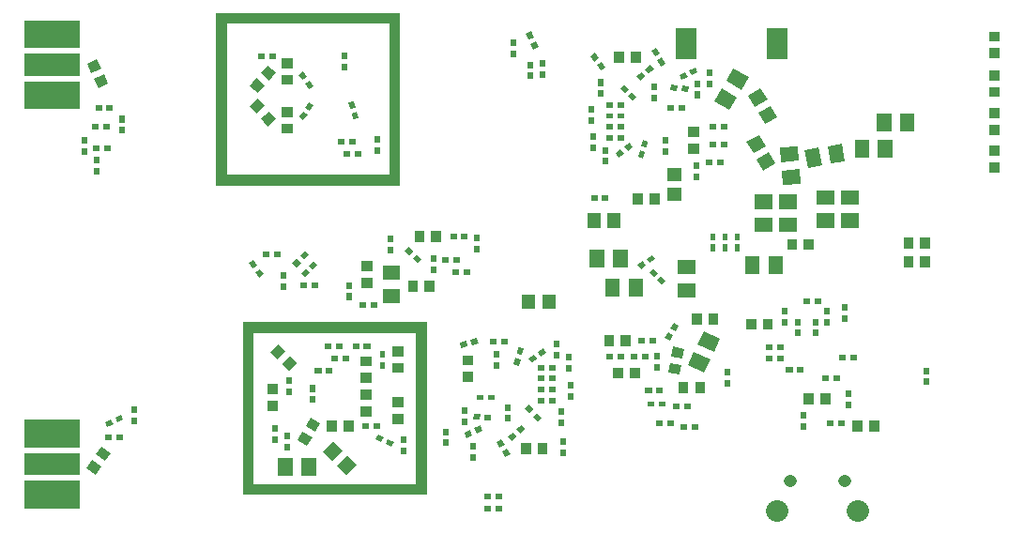
<source format=gbp>
G04 start of page 13 for group -4014 idx -4014 *
G04 Title: v2_0, bottompaste *
G04 Creator: pcb 4.2.0 *
G04 CreationDate: Tue Sep 24 08:28:18 2019 UTC *
G04 For: user *
G04 Format: Gerber/RS-274X *
G04 PCB-Dimensions (mm): 140.00 90.00 *
G04 PCB-Coordinate-Origin: lower left *
%MOMM*%
%FSLAX43Y43*%
%LNGBP*%
%ADD151C,1.100*%
%ADD150C,1.950*%
%ADD149C,0.002*%
G54D149*G36*
X101150Y38200D02*X100650D01*
Y37600D01*
X101150D01*
Y38200D01*
G37*
G36*
Y37200D02*X100650D01*
Y36600D01*
X101150D01*
Y37200D01*
G37*
G36*
X51000Y33150D02*Y32650D01*
X51600D01*
Y33150D01*
X51000D01*
G37*
G36*
X50000D02*Y32650D01*
X50600D01*
Y33150D01*
X50000D01*
G37*
G36*
X49050Y45900D02*X48550D01*
Y45300D01*
X49050D01*
Y45900D01*
G37*
G36*
Y44900D02*X48550D01*
Y44300D01*
X49050D01*
Y44900D01*
G37*
G36*
X68350Y30800D02*X67850D01*
Y30200D01*
X68350D01*
Y30800D01*
G37*
G36*
Y31800D02*X67850D01*
Y31200D01*
X68350D01*
Y31800D01*
G37*
G36*
X62350Y39700D02*X61850D01*
Y39100D01*
X62350D01*
Y39700D01*
G37*
G36*
Y38700D02*X61850D01*
Y38100D01*
X62350D01*
Y38700D01*
G37*
G36*
X61500Y40750D02*Y40250D01*
X62100D01*
Y40750D01*
X61500D01*
G37*
G36*
X62500D02*Y40250D01*
X63100D01*
Y40750D01*
X62500D01*
G37*
G36*
X65800Y36450D02*Y35950D01*
X66400D01*
Y36450D01*
X65800D01*
G37*
G36*
X66800D02*Y35950D01*
X67400D01*
Y36450D01*
X66800D01*
G37*
G36*
X69050Y36900D02*X68550D01*
Y36300D01*
X69050D01*
Y36900D01*
G37*
G36*
Y35900D02*X68550D01*
Y35300D01*
X69050D01*
Y35900D01*
G37*
G36*
X59000Y39300D02*Y38400D01*
X60000D01*
Y39300D01*
X59000D01*
G37*
G36*
Y37800D02*Y36900D01*
X60000D01*
Y37800D01*
X59000D01*
G37*
G36*
X61300Y35750D02*Y35250D01*
X61900D01*
Y35750D01*
X61300D01*
G37*
G36*
X60300D02*Y35250D01*
X60900D01*
Y35750D01*
X60300D01*
G37*
G36*
X66700Y31400D02*X65800D01*
Y30400D01*
X66700D01*
Y31400D01*
G37*
G36*
X65200D02*X64300D01*
Y30400D01*
X65200D01*
Y31400D01*
G37*
G36*
X66800Y37450D02*Y36950D01*
X67400D01*
Y37450D01*
X66800D01*
G37*
G36*
X65800D02*Y36950D01*
X66400D01*
Y37450D01*
X65800D01*
G37*
G36*
X67750Y40600D02*X67250D01*
Y40000D01*
X67750D01*
Y40600D01*
G37*
G36*
Y39600D02*X67250D01*
Y39000D01*
X67750D01*
Y39600D01*
G37*
G36*
X68850Y39400D02*X68350D01*
Y38800D01*
X68850D01*
Y39400D01*
G37*
G36*
Y38400D02*X68350D01*
Y37800D01*
X68850D01*
Y38400D01*
G37*
G36*
X65800Y35450D02*Y34950D01*
X66400D01*
Y35450D01*
X65800D01*
G37*
G36*
X66800D02*Y34950D01*
X67400D01*
Y35450D01*
X66800D01*
G37*
G36*
X65800Y38450D02*Y37950D01*
X66400D01*
Y38450D01*
X65800D01*
G37*
G36*
X66800D02*Y37950D01*
X67400D01*
Y38450D01*
X66800D01*
G37*
G36*
X68150Y33500D02*X67650D01*
Y32900D01*
X68150D01*
Y33500D01*
G37*
G36*
Y34500D02*X67650D01*
Y33900D01*
X68150D01*
Y34500D01*
G37*
G36*
X65011Y34842D02*X64658Y34489D01*
X65082Y34065D01*
X65435Y34418D01*
X65011Y34842D01*
G37*
G36*
X65718Y34135D02*X65365Y33782D01*
X65789Y33358D01*
X66142Y33711D01*
X65718Y34135D01*
G37*
G36*
X65780Y38981D02*X65493Y39390D01*
X65001Y39046D01*
X65288Y38636D01*
X65780Y38981D01*
G37*
G36*
X66599Y39554D02*X66312Y39964D01*
X65820Y39619D01*
X66107Y39210D01*
X66599Y39554D01*
G37*
G36*
X64549Y39908D02*X64066Y40038D01*
X63910Y39458D01*
X64393Y39328D01*
X64549Y39908D01*
G37*
G36*
X64290Y38942D02*X63807Y39072D01*
X63651Y38492D01*
X64134Y38362D01*
X64290Y38942D01*
G37*
G36*
X63350Y34900D02*X62850D01*
Y34300D01*
X63350D01*
Y34900D01*
G37*
G36*
Y33900D02*X62850D01*
Y33300D01*
X63350D01*
Y33900D01*
G37*
G36*
X63017Y30852D02*X62584Y30602D01*
X62883Y30082D01*
X63316Y30332D01*
X63017Y30852D01*
G37*
G36*
X62517Y31718D02*X62084Y31468D01*
X62383Y30948D01*
X62816Y31198D01*
X62517Y31718D01*
G37*
G36*
X64673Y32622D02*X64352Y33006D01*
X63893Y32620D01*
X64214Y32237D01*
X64673Y32622D01*
G37*
G36*
X63907Y31980D02*X63586Y32363D01*
X63127Y31978D01*
X63448Y31594D01*
X63907Y31980D01*
G37*
G36*
X59450Y33600D02*X58950D01*
Y33000D01*
X59450D01*
Y33600D01*
G37*
G36*
Y34600D02*X58950D01*
Y34000D01*
X59450D01*
Y34600D01*
G37*
G36*
X61021Y33940D02*X60978Y33442D01*
X61576Y33390D01*
X61619Y33888D01*
X61021Y33940D01*
G37*
G36*
X60025Y34027D02*X59982Y33529D01*
X60579Y33477D01*
X60623Y33975D01*
X60025Y34027D01*
G37*
G36*
X59924Y32089D02*X59713Y32542D01*
X59169Y32289D01*
X59380Y31835D01*
X59924Y32089D01*
G37*
G36*
X60831Y32511D02*X60620Y32965D01*
X60076Y32711D01*
X60287Y32258D01*
X60831Y32511D01*
G37*
G36*
X60250Y30400D02*X59750D01*
Y29800D01*
X60250D01*
Y30400D01*
G37*
G36*
Y31400D02*X59750D01*
Y30800D01*
X60250D01*
Y31400D01*
G37*
G36*
X60438Y40366D02*X60308Y40849D01*
X59728Y40693D01*
X59858Y40210D01*
X60438Y40366D01*
G37*
G36*
X59472Y40107D02*X59342Y40590D01*
X58762Y40434D01*
X58892Y39951D01*
X59472Y40107D01*
G37*
G36*
X41400Y35200D02*Y34300D01*
X42400D01*
Y35200D01*
X41400D01*
G37*
G36*
Y36700D02*Y35800D01*
X42400D01*
Y36700D01*
X41400D01*
G37*
G36*
X49100Y40350D02*Y39850D01*
X49700D01*
Y40350D01*
X49100D01*
G37*
G36*
X50100D02*Y39850D01*
X50700D01*
Y40350D01*
X50100D01*
G37*
G36*
X43650Y37300D02*X43150D01*
Y36700D01*
X43650D01*
Y37300D01*
G37*
G36*
Y36300D02*X43150D01*
Y35700D01*
X43650D01*
Y36300D01*
G37*
G36*
X46700Y38150D02*Y37650D01*
X47300D01*
Y38150D01*
X46700D01*
G37*
G36*
X45700D02*Y37650D01*
X46300D01*
Y38150D01*
X45700D01*
G37*
G36*
X45750Y35600D02*X45250D01*
Y35000D01*
X45750D01*
Y35600D01*
G37*
G36*
Y36600D02*X45250D01*
Y36000D01*
X45750D01*
Y36600D01*
G37*
G36*
X47600Y40350D02*Y39850D01*
X48200D01*
Y40350D01*
X47600D01*
G37*
G36*
X46600D02*Y39850D01*
X47200D01*
Y40350D01*
X46600D01*
G37*
G36*
X48200Y39250D02*Y38750D01*
X48800D01*
Y39250D01*
X48200D01*
G37*
G36*
X47200D02*Y38750D01*
X47800D01*
Y39250D01*
X47200D01*
G37*
G36*
X49800Y36200D02*Y35300D01*
X50800D01*
Y36200D01*
X49800D01*
G37*
G36*
Y34700D02*Y33800D01*
X50800D01*
Y34700D01*
X49800D01*
G37*
G36*
Y39200D02*Y38300D01*
X50800D01*
Y39200D01*
X49800D01*
G37*
G36*
Y37700D02*Y36800D01*
X50800D01*
Y37700D01*
X49800D01*
G37*
G36*
X52050Y38700D02*X51550D01*
Y38100D01*
X52050D01*
Y38700D01*
G37*
G36*
Y39700D02*X51550D01*
Y39100D01*
X52050D01*
Y39700D01*
G37*
G36*
X49200Y33400D02*X48300D01*
Y32400D01*
X49200D01*
Y33400D01*
G37*
G36*
X47700D02*X46800D01*
Y32400D01*
X47700D01*
Y33400D01*
G37*
G36*
X52700Y40100D02*Y39200D01*
X53700D01*
Y40100D01*
X52700D01*
G37*
G36*
Y38600D02*Y37700D01*
X53700D01*
Y38600D01*
X52700D01*
G37*
G36*
X53700Y34600D02*X53700Y35500D01*
X52700Y35500D01*
X52700Y34600D01*
X53700Y34600D01*
G37*
G36*
X52700Y34000D02*Y33100D01*
X53700D01*
Y34000D01*
X52700D01*
G37*
G36*
X51380Y32165D02*X51169Y31711D01*
X51713Y31458D01*
X51924Y31911D01*
X51380Y32165D01*
G37*
G36*
X52287Y31742D02*X52076Y31289D01*
X52620Y31035D01*
X52831Y31489D01*
X52287Y31742D01*
G37*
G36*
X19500Y66500D02*Y64500D01*
X24500D01*
Y66500D01*
X19500D01*
G37*
G36*
Y69500D02*Y67000D01*
X24500D01*
Y69500D01*
X19500D01*
G37*
G36*
Y64000D02*Y61500D01*
X24500D01*
Y64000D01*
X19500D01*
G37*
G36*
X39200Y27700D02*Y26700D01*
X55800D01*
Y27700D01*
X39200D01*
G37*
G36*
X55800Y42300D02*X54800D01*
Y26700D01*
X55800D01*
Y42300D01*
G37*
G36*
X39200D02*Y41300D01*
X55800D01*
Y42300D01*
X39200D01*
G37*
G36*
X40200D02*X39200D01*
Y26700D01*
X40200D01*
Y42300D01*
G37*
G36*
X45800Y30000D02*X44500D01*
Y28400D01*
X45800D01*
Y30000D01*
G37*
G36*
X43700D02*X42400D01*
Y28400D01*
X43700D01*
Y30000D01*
G37*
G36*
X44591Y32387D02*X44141Y31607D01*
X45007Y31107D01*
X45457Y31887D01*
X44591Y32387D01*
G37*
G36*
X45341Y33686D02*X44891Y32906D01*
X45757Y32406D01*
X46207Y33186D01*
X45341Y33686D01*
G37*
G36*
X62000Y25750D02*Y25250D01*
X62600D01*
Y25750D01*
X62000D01*
G37*
G36*
X61000D02*Y25250D01*
X61600D01*
Y25750D01*
X61000D01*
G37*
G36*
X43450Y32300D02*X42950D01*
Y31700D01*
X43450D01*
Y32300D01*
G37*
G36*
Y31300D02*X42950D01*
Y30700D01*
X43450D01*
Y31300D01*
G37*
G36*
X42350Y33000D02*X41850D01*
Y32400D01*
X42350D01*
Y33000D01*
G37*
G36*
Y32000D02*X41850D01*
Y31400D01*
X42350D01*
Y32000D01*
G37*
G36*
X62000Y26850D02*Y26350D01*
X62600D01*
Y26850D01*
X62000D01*
G37*
G36*
X61000D02*Y26350D01*
X61600D01*
Y26850D01*
X61000D01*
G37*
G36*
X42000Y48650D02*Y48150D01*
X42600D01*
Y48650D01*
X42000D01*
G37*
G36*
X41000D02*Y48150D01*
X41600D01*
Y48650D01*
X41000D01*
G37*
G36*
X40146Y47899D02*X39736Y47612D01*
X40081Y47120D01*
X40490Y47407D01*
X40146Y47899D01*
G37*
G36*
X40719Y47080D02*X40310Y46793D01*
X40654Y46301D01*
X41064Y46588D01*
X40719Y47080D01*
G37*
G36*
X52750Y49100D02*X52250D01*
Y48500D01*
X52750D01*
Y49100D01*
G37*
G36*
Y50100D02*X52250D01*
Y49500D01*
X52750D01*
Y50100D01*
G37*
G36*
X57100Y50500D02*X56200D01*
Y49500D01*
X57100D01*
Y50500D01*
G37*
G36*
X55600D02*X54700D01*
Y49500D01*
X55600D01*
Y50500D01*
G37*
G36*
X54889Y48406D02*X54535Y48052D01*
X54960Y47628D01*
X55313Y47982D01*
X54889Y48406D01*
G37*
G36*
X54182Y49113D02*X53828Y48760D01*
X54252Y48335D01*
X54606Y48689D01*
X54182Y49113D01*
G37*
G36*
X50700Y44050D02*Y43550D01*
X51300D01*
Y44050D01*
X50700D01*
G37*
G36*
X49700D02*Y43550D01*
X50300D01*
Y44050D01*
X49700D01*
G37*
G36*
X49900Y46300D02*Y45400D01*
X50900D01*
Y46300D01*
X49900D01*
G37*
G36*
Y47800D02*Y46900D01*
X50900D01*
Y47800D01*
X49900D01*
G37*
G36*
X43150Y45800D02*X42650D01*
Y45200D01*
X43150D01*
Y45800D01*
G37*
G36*
Y46800D02*X42650D01*
Y46200D01*
X43150D01*
Y46800D01*
G37*
G36*
X45400Y45850D02*Y45350D01*
X46000D01*
Y45850D01*
X45400D01*
G37*
G36*
X44400D02*Y45350D01*
X45000D01*
Y45850D01*
X44400D01*
G37*
G36*
X65350Y64800D02*X64850D01*
Y64200D01*
X65350D01*
Y64800D01*
G37*
G36*
Y65800D02*X64850D01*
Y65200D01*
X65350D01*
Y65800D01*
G37*
G36*
X63850Y67800D02*X63350D01*
Y67200D01*
X63850D01*
Y67800D01*
G37*
G36*
Y66800D02*X63350D01*
Y66200D01*
X63850D01*
Y66800D01*
G37*
G36*
X66450Y64900D02*X65950D01*
Y64300D01*
X66450D01*
Y64900D01*
G37*
G36*
Y65900D02*X65950D01*
Y65300D01*
X66450D01*
Y65900D01*
G37*
G36*
X77550Y58000D02*X77050D01*
Y57400D01*
X77550D01*
Y58000D01*
G37*
G36*
Y59000D02*X77050D01*
Y58400D01*
X77550D01*
Y59000D01*
G37*
G36*
X70600Y53750D02*Y53250D01*
X71200D01*
Y53750D01*
X70600D01*
G37*
G36*
X71600D02*Y53250D01*
X72200D01*
Y53750D01*
X71600D01*
G37*
G36*
X73000Y61150D02*Y60650D01*
X73600D01*
Y61150D01*
X73000D01*
G37*
G36*
X72000D02*Y60650D01*
X72600D01*
Y61150D01*
X72000D01*
G37*
G36*
X70850Y60800D02*X70350D01*
Y60200D01*
X70850D01*
Y60800D01*
G37*
G36*
Y61800D02*X70350D01*
Y61200D01*
X70850D01*
Y61800D01*
G37*
G36*
X77500Y61850D02*Y61350D01*
X78100D01*
Y61850D01*
X77500D01*
G37*
G36*
X78500D02*Y61350D01*
X79100D01*
Y61850D01*
X78500D01*
G37*
G36*
X73600Y66700D02*X72700D01*
Y65700D01*
X73600D01*
Y66700D01*
G37*
G36*
X75100D02*X74200D01*
Y65700D01*
X75100D01*
Y66700D01*
G37*
G36*
X72000Y60150D02*Y59650D01*
X72600D01*
Y60150D01*
X72000D01*
G37*
G36*
X73000D02*Y59650D01*
X73600D01*
Y60150D01*
X73000D01*
G37*
G36*
X72150Y57100D02*X71650D01*
Y56500D01*
X72150D01*
Y57100D01*
G37*
G36*
Y58100D02*X71650D01*
Y57500D01*
X72150D01*
Y58100D01*
G37*
G36*
X71050Y58300D02*X70550D01*
Y57700D01*
X71050D01*
Y58300D01*
G37*
G36*
Y59300D02*X70550D01*
Y58700D01*
X71050D01*
Y59300D01*
G37*
G36*
X73000Y62150D02*Y61650D01*
X73600D01*
Y62150D01*
X73000D01*
G37*
G36*
X72000D02*Y61650D01*
X72600D01*
Y62150D01*
X72000D01*
G37*
G36*
X73000Y59150D02*Y58650D01*
X73600D01*
Y59150D01*
X73000D01*
G37*
G36*
X72000D02*Y58650D01*
X72600D01*
Y59150D01*
X72000D01*
G37*
G36*
X71750Y64200D02*X71250D01*
Y63600D01*
X71750D01*
Y64200D01*
G37*
G36*
Y63200D02*X71250D01*
Y62600D01*
X71750D01*
Y63200D01*
G37*
G36*
X74318Y63035D02*X73965Y62682D01*
X74389Y62258D01*
X74742Y62611D01*
X74318Y63035D01*
G37*
G36*
X73611Y63742D02*X73258Y63389D01*
X73682Y62965D01*
X74035Y63318D01*
X73611Y63742D01*
G37*
G36*
X74399Y58054D02*X74112Y58464D01*
X73620Y58119D01*
X73907Y57710D01*
X74399Y58054D01*
G37*
G36*
X73580Y57481D02*X73293Y57890D01*
X72801Y57546D01*
X73088Y57136D01*
X73580Y57481D01*
G37*
G36*
X75490Y57642D02*X75007Y57772D01*
X74851Y57192D01*
X75334Y57062D01*
X75490Y57642D01*
G37*
G36*
X75749Y58608D02*X75266Y58738D01*
X75110Y58158D01*
X75593Y58028D01*
X75749Y58608D01*
G37*
G36*
X76550Y62800D02*X76050D01*
Y62200D01*
X76550D01*
Y62800D01*
G37*
G36*
Y63800D02*X76050D01*
Y63200D01*
X76550D01*
Y63800D01*
G37*
G36*
X76517Y67018D02*X76084Y66768D01*
X76383Y66248D01*
X76816Y66498D01*
X76517Y67018D01*
G37*
G36*
X77017Y66152D02*X76584Y65902D01*
X76883Y65382D01*
X77316Y65632D01*
X77017Y66152D01*
G37*
G36*
X75507Y64480D02*X75186Y64863D01*
X74727Y64478D01*
X75048Y64094D01*
X75507Y64480D01*
G37*
G36*
X76273Y65122D02*X75952Y65506D01*
X75493Y65120D01*
X75814Y64737D01*
X76273Y65122D01*
G37*
G36*
X80450Y64100D02*X79950D01*
Y63500D01*
X80450D01*
Y64100D01*
G37*
G36*
Y63100D02*X79950D01*
Y62500D01*
X80450D01*
Y63100D01*
G37*
G36*
X77824Y63710D02*X77781Y63212D01*
X78379Y63160D01*
X78422Y63658D01*
X77824Y63710D01*
G37*
G36*
X78821Y63623D02*X78777Y63125D01*
X79375Y63073D01*
X79418Y63571D01*
X78821Y63623D01*
G37*
G36*
X80231Y64811D02*X80020Y65265D01*
X79476Y65011D01*
X79687Y64558D01*
X80231Y64811D01*
G37*
G36*
X79324Y64389D02*X79113Y64842D01*
X78569Y64589D01*
X78780Y64135D01*
X79324Y64389D01*
G37*
G36*
X81550Y65100D02*X81050D01*
Y64500D01*
X81550D01*
Y65100D01*
G37*
G36*
Y64100D02*X81050D01*
Y63500D01*
X81550D01*
Y64100D01*
G37*
G36*
X70988Y66581D02*X70579Y66294D01*
X70923Y65802D01*
X71333Y66089D01*
X70988Y66581D01*
G37*
G36*
X71562Y65761D02*X71153Y65475D01*
X71497Y64983D01*
X71906Y65270D01*
X71562Y65761D01*
G37*
G36*
X94050Y35100D02*X93550D01*
Y34500D01*
X94050D01*
Y35100D01*
G37*
G36*
Y36100D02*X93550D01*
Y35500D01*
X94050D01*
Y36100D01*
G37*
G36*
X59100Y47050D02*Y46550D01*
X59700D01*
Y47050D01*
X59100D01*
G37*
G36*
X58100D02*Y46550D01*
X58700D01*
Y47050D01*
X58100D01*
G37*
G36*
X88350Y43600D02*X87850D01*
Y43000D01*
X88350D01*
Y43600D01*
G37*
G36*
Y42600D02*X87850D01*
Y42000D01*
X88350D01*
Y42600D01*
G37*
G36*
X94000Y39350D02*Y38850D01*
X94600D01*
Y39350D01*
X94000D01*
G37*
G36*
X93000D02*Y38850D01*
X93600D01*
Y39350D01*
X93000D01*
G37*
G36*
X95100Y33400D02*X94200D01*
Y32400D01*
X95100D01*
Y33400D01*
G37*
G36*
X96600D02*X95700D01*
Y32400D01*
X96600D01*
Y33400D01*
G37*
G36*
X93750Y42900D02*X93250D01*
Y42300D01*
X93750D01*
Y42900D01*
G37*
G36*
Y43900D02*X93250D01*
Y43300D01*
X93750D01*
Y43900D01*
G37*
G36*
X89800Y44450D02*Y43950D01*
X90400D01*
Y44450D01*
X89800D01*
G37*
G36*
X90800D02*Y43950D01*
X91400D01*
Y44450D01*
X90800D01*
G37*
G36*
X88200Y38250D02*Y37750D01*
X88800D01*
Y38250D01*
X88200D01*
G37*
G36*
X89200D02*Y37750D01*
X89800D01*
Y38250D01*
X89200D01*
G37*
G36*
X91150Y42600D02*X90650D01*
Y42000D01*
X91150D01*
Y42600D01*
G37*
G36*
Y41600D02*X90650D01*
Y41000D01*
X91150D01*
Y41600D01*
G37*
G36*
X92150Y43600D02*X91650D01*
Y43000D01*
X92150D01*
Y43600D01*
G37*
G36*
Y42600D02*X91650D01*
Y42000D01*
X92150D01*
Y42600D01*
G37*
G36*
X76500Y36350D02*Y35850D01*
X77100D01*
Y36350D01*
X76500D01*
G37*
G36*
X75500D02*Y35850D01*
X76100D01*
Y36350D01*
X75500D01*
G37*
G36*
X85500Y42600D02*X84600D01*
Y41600D01*
X85500D01*
Y42600D01*
G37*
G36*
X87000D02*X86100D01*
Y41600D01*
X87000D01*
Y42600D01*
G37*
G36*
X76850Y38500D02*X76350D01*
Y37900D01*
X76850D01*
Y38500D01*
G37*
G36*
Y39500D02*X76350D01*
Y38900D01*
X76850D01*
Y39500D01*
G37*
G36*
X74200Y39450D02*Y38950D01*
X74800D01*
Y39450D01*
X74200D01*
G37*
G36*
X75200D02*Y38950D01*
X75800D01*
Y39450D01*
X75200D01*
G37*
G36*
X83150Y38100D02*X82650D01*
Y37500D01*
X83150D01*
Y38100D01*
G37*
G36*
Y37100D02*X82650D01*
Y36500D01*
X83150D01*
Y37100D01*
G37*
G36*
X73500Y38200D02*X72600D01*
Y37200D01*
X73500D01*
Y38200D01*
G37*
G36*
X75000D02*X74100D01*
Y37200D01*
X75000D01*
Y38200D01*
G37*
G36*
X80900Y36900D02*X80000D01*
Y35900D01*
X80900D01*
Y36900D01*
G37*
G36*
X79400D02*X78500D01*
Y35900D01*
X79400D01*
Y36900D01*
G37*
G36*
X75700Y35150D02*Y34650D01*
X76300D01*
Y35150D01*
X75700D01*
G37*
G36*
X76700D02*Y34650D01*
X77300D01*
Y35150D01*
X76700D01*
G37*
G36*
X79000Y34950D02*Y34450D01*
X79600D01*
Y34950D01*
X79000D01*
G37*
G36*
X78000D02*Y34450D01*
X78600D01*
Y34950D01*
X78000D01*
G37*
G36*
X79700Y33050D02*Y32550D01*
X80300D01*
Y33050D01*
X79700D01*
G37*
G36*
X78700D02*Y32550D01*
X79300D01*
Y33050D01*
X78700D01*
G37*
G36*
X77500Y33450D02*Y32950D01*
X78100D01*
Y33450D01*
X77500D01*
G37*
G36*
X76500D02*Y32950D01*
X77100D01*
Y33450D01*
X76500D01*
G37*
G36*
X78400Y45800D02*Y44500D01*
X80000D01*
Y45800D01*
X78400D01*
G37*
G36*
Y47900D02*Y46600D01*
X80000D01*
Y47900D01*
X78400D01*
G37*
G36*
X75300Y53900D02*X74400D01*
Y52900D01*
X75300D01*
Y53900D01*
G37*
G36*
X76800D02*X75900D01*
Y52900D01*
X76800D01*
Y53900D01*
G37*
G36*
X73900Y48800D02*X72600D01*
Y47200D01*
X73900D01*
Y48800D01*
G37*
G36*
X71800D02*X70500D01*
Y47200D01*
X71800D01*
Y48800D01*
G37*
G36*
X75300Y46200D02*X74000D01*
Y44600D01*
X75300D01*
Y46200D01*
G37*
G36*
X73200D02*X71900D01*
Y44600D01*
X73200D01*
Y46200D01*
G37*
G36*
X80350Y55700D02*X79850D01*
Y55100D01*
X80350D01*
Y55700D01*
G37*
G36*
Y56700D02*X79850D01*
Y56100D01*
X80350D01*
Y56700D01*
G37*
G36*
X90700Y35900D02*X89800D01*
Y34900D01*
X90700D01*
Y35900D01*
G37*
G36*
X92200D02*X91300D01*
Y34900D01*
X92200D01*
Y35900D01*
G37*
G36*
X51800Y47400D02*Y46100D01*
X53400D01*
Y47400D01*
X51800D01*
G37*
G36*
Y45300D02*Y44000D01*
X53400D01*
Y45300D01*
X51800D01*
G37*
G36*
X25150Y58000D02*X24650D01*
Y57400D01*
X25150D01*
Y58000D01*
G37*
G36*
Y59000D02*X24650D01*
Y58400D01*
X25150D01*
Y59000D01*
G37*
G36*
X25600Y60150D02*Y59650D01*
X26200D01*
Y60150D01*
X25600D01*
G37*
G36*
X26600D02*Y59650D01*
X27200D01*
Y60150D01*
X26600D01*
G37*
G36*
X26900Y61850D02*Y61350D01*
X27500D01*
Y61850D01*
X26900D01*
G37*
G36*
X25900D02*Y61350D01*
X26500D01*
Y61850D01*
X25900D01*
G37*
G36*
X27060Y63823D02*X26680Y64639D01*
X25774Y64217D01*
X26154Y63401D01*
X27060Y63823D01*
G37*
G36*
X26426Y65183D02*X26046Y65999D01*
X25140Y65577D01*
X25520Y64761D01*
X26426Y65183D01*
G37*
G36*
X25700Y58250D02*Y57750D01*
X26300D01*
Y58250D01*
X25700D01*
G37*
G36*
X26700D02*Y57750D01*
X27300D01*
Y58250D01*
X26700D01*
G37*
G36*
X26250Y56200D02*X25750D01*
Y55600D01*
X26250D01*
Y56200D01*
G37*
G36*
Y57200D02*X25750D01*
Y56600D01*
X26250D01*
Y57200D01*
G37*
G36*
X28550Y60900D02*X28050D01*
Y60300D01*
X28550D01*
Y60900D01*
G37*
G36*
Y59900D02*X28050D01*
Y59300D01*
X28550D01*
Y59900D01*
G37*
G36*
X44435Y47682D02*X44082Y48035D01*
X43658Y47611D01*
X44011Y47258D01*
X44435Y47682D01*
G37*
G36*
X45142Y48389D02*X44789Y48742D01*
X44365Y48318D01*
X44718Y47965D01*
X45142Y48389D01*
G37*
G36*
X45235Y46782D02*X44882Y47135D01*
X44458Y46711D01*
X44811Y46358D01*
X45235Y46782D01*
G37*
G36*
X45942Y47489D02*X45589Y47842D01*
X45165Y47418D01*
X45518Y47065D01*
X45942Y47489D01*
G37*
G36*
X82300Y60150D02*Y59650D01*
X82900D01*
Y60150D01*
X82300D01*
G37*
G36*
X81300D02*Y59650D01*
X81900D01*
Y60150D01*
X81300D01*
G37*
G36*
X82300Y58550D02*Y58050D01*
X82900D01*
Y58550D01*
X82300D01*
G37*
G36*
X81300D02*Y58050D01*
X81900D01*
Y58550D01*
X81300D01*
G37*
G36*
X84050Y49300D02*X83550D01*
Y48700D01*
X84050D01*
Y49300D01*
G37*
G36*
Y50300D02*X83550D01*
Y49700D01*
X84050D01*
Y50300D01*
G37*
G36*
X82950Y49300D02*X82450D01*
Y48700D01*
X82950D01*
Y49300D01*
G37*
G36*
Y50300D02*X82450D01*
Y49700D01*
X82950D01*
Y50300D01*
G37*
G36*
X81850Y49300D02*X81350D01*
Y48700D01*
X81850D01*
Y49300D01*
G37*
G36*
Y50300D02*X81350D01*
Y49700D01*
X81850D01*
Y50300D01*
G37*
G36*
X101200Y48200D02*X100300D01*
Y47200D01*
X101200D01*
Y48200D01*
G37*
G36*
X99700D02*X98800D01*
Y47200D01*
X99700D01*
Y48200D01*
G37*
G36*
X101200Y49900D02*X100300D01*
Y48900D01*
X101200D01*
Y49900D01*
G37*
G36*
X99700D02*X98800D01*
Y48900D01*
X99700D01*
Y49900D01*
G37*
G36*
X79400Y58400D02*Y57500D01*
X80400D01*
Y58400D01*
X79400D01*
G37*
G36*
Y59900D02*Y59000D01*
X80400D01*
Y59900D01*
X79400D01*
G37*
G36*
X106500Y61600D02*Y60700D01*
X107500D01*
Y61600D01*
X106500D01*
G37*
G36*
Y60100D02*Y59200D01*
X107500D01*
Y60100D01*
X106500D01*
G37*
G36*
Y56700D02*Y55800D01*
X107500D01*
Y56700D01*
X106500D01*
G37*
G36*
Y58200D02*Y57300D01*
X107500D01*
Y58200D01*
X106500D01*
G37*
G36*
Y68500D02*Y67600D01*
X107500D01*
Y68500D01*
X106500D01*
G37*
G36*
Y67000D02*Y66100D01*
X107500D01*
Y67000D01*
X106500D01*
G37*
G36*
Y63500D02*Y62600D01*
X107500D01*
Y63500D01*
X106500D01*
G37*
G36*
Y65000D02*Y64100D01*
X107500D01*
Y65000D01*
X106500D01*
G37*
G36*
X82000Y56950D02*Y56450D01*
X82600D01*
Y56950D01*
X82000D01*
G37*
G36*
X81000D02*Y56450D01*
X81600D01*
Y56950D01*
X81000D01*
G37*
G36*
X88300Y68800D02*X86500D01*
Y66000D01*
X88300D01*
Y68800D01*
G37*
G36*
X80100D02*X78300D01*
Y66000D01*
X80100D01*
Y68800D01*
G37*
G36*
X90700Y49800D02*X89800D01*
Y48800D01*
X90700D01*
Y49800D01*
G37*
G36*
X89200D02*X88300D01*
Y48800D01*
X89200D01*
Y49800D01*
G37*
G36*
X93200Y52100D02*Y50800D01*
X94800D01*
Y52100D01*
X93200D01*
G37*
G36*
Y54200D02*Y52900D01*
X94800D01*
Y54200D01*
X93200D01*
G37*
G36*
X91000Y52100D02*Y50800D01*
X92600D01*
Y52100D01*
X91000D01*
G37*
G36*
Y54200D02*Y52900D01*
X92600D01*
Y54200D01*
X91000D01*
G37*
G36*
X95700Y58700D02*X94400D01*
Y57100D01*
X95700D01*
Y58700D01*
G37*
G36*
X97800D02*X96500D01*
Y57100D01*
X97800D01*
Y58700D01*
G37*
G36*
X97700Y61100D02*X96400D01*
Y59500D01*
X97700D01*
Y61100D01*
G37*
G36*
X99800D02*X98500D01*
Y59500D01*
X99800D01*
Y61100D01*
G37*
G36*
X85400Y51700D02*Y50400D01*
X87000D01*
Y51700D01*
X85400D01*
G37*
G36*
Y53800D02*Y52500D01*
X87000D01*
Y53800D01*
X85400D01*
G37*
G36*
X87600Y51700D02*Y50400D01*
X89200D01*
Y51700D01*
X87600D01*
G37*
G36*
Y53800D02*Y52500D01*
X89200D01*
Y53800D01*
X87600D01*
G37*
G36*
X91167Y58019D02*X89887Y57793D01*
X90165Y56217D01*
X91445Y56443D01*
X91167Y58019D01*
G37*
G36*
X93236Y58383D02*X91955Y58158D01*
X92232Y56582D01*
X93513Y56807D01*
X93236Y58383D01*
G37*
G36*
X89362Y56868D02*X89249Y58163D01*
X87655Y58024D01*
X87768Y56729D01*
X89362Y56868D01*
G37*
G36*
X89545Y54776D02*X89432Y56071D01*
X87838Y55932D01*
X87951Y54637D01*
X89545Y54776D01*
G37*
G36*
X83438Y65174D02*X82789Y64048D01*
X84175Y63249D01*
X84824Y64375D01*
X83438Y65174D01*
G37*
G36*
X82389Y63356D02*X81739Y62230D01*
X83125Y61430D01*
X83775Y62556D01*
X82389Y63356D01*
G37*
G36*
X19500Y30500D02*Y28500D01*
X24500D01*
Y30500D01*
X19500D01*
G37*
G36*
Y28000D02*Y25500D01*
X24500D01*
Y28000D01*
X19500D01*
G37*
G36*
Y33500D02*Y31000D01*
X24500D01*
Y33500D01*
X19500D01*
G37*
G36*
X26800Y32150D02*Y31650D01*
X27400D01*
Y32150D01*
X26800D01*
G37*
G36*
X27800D02*Y31650D01*
X28400D01*
Y32150D01*
X27800D01*
G37*
G36*
X29650Y33700D02*X29150D01*
Y33100D01*
X29650D01*
Y33700D01*
G37*
G36*
Y34700D02*X29150D01*
Y34100D01*
X29650D01*
Y34700D01*
G37*
G36*
X26478Y31070D02*X25963Y30332D01*
X26782Y29759D01*
X27298Y30496D01*
X26478Y31070D01*
G37*
G36*
X25618Y29841D02*X25102Y29104D01*
X25922Y28530D01*
X26437Y29268D01*
X25618Y29841D01*
G37*
G36*
X27524Y33089D02*X27313Y33542D01*
X26769Y33289D01*
X26980Y32835D01*
X27524Y33089D01*
G37*
G36*
X28431Y33511D02*X28220Y33965D01*
X27676Y33711D01*
X27887Y33258D01*
X28431Y33511D01*
G37*
G36*
X44102Y38605D02*X43466Y39241D01*
X42759Y38534D01*
X43395Y37898D01*
X44102Y38605D01*
G37*
G36*
X43041Y39666D02*X42405Y40302D01*
X41698Y39595D01*
X42334Y38959D01*
X43041Y39666D01*
G37*
G36*
X85800Y48200D02*X84500D01*
Y46600D01*
X85800D01*
Y48200D01*
G37*
G36*
X87900D02*X86600D01*
Y46600D01*
X87900D01*
Y48200D01*
G37*
G36*
X74900Y40850D02*Y40350D01*
X75500D01*
Y40850D01*
X74900D01*
G37*
G36*
X75900D02*Y40350D01*
X76500D01*
Y40850D01*
X75900D01*
G37*
G36*
X73000Y39450D02*Y38950D01*
X73600D01*
Y39450D01*
X73000D01*
G37*
G36*
X72000D02*Y38950D01*
X72600D01*
Y39450D01*
X72000D01*
G37*
G36*
X72700Y41100D02*X71800D01*
Y40100D01*
X72700D01*
Y41100D01*
G37*
G36*
X74200D02*X73300D01*
Y40100D01*
X74200D01*
Y41100D01*
G37*
G36*
X60550Y49200D02*X60050D01*
Y48600D01*
X60550D01*
Y49200D01*
G37*
G36*
Y50200D02*X60050D01*
Y49600D01*
X60550D01*
Y50200D01*
G37*
G36*
X58900Y50250D02*Y49750D01*
X59500D01*
Y50250D01*
X58900D01*
G37*
G36*
X57900D02*Y49750D01*
X58500D01*
Y50250D01*
X57900D01*
G37*
G36*
X65602Y67624D02*X65149Y67413D01*
X65403Y66869D01*
X65856Y67080D01*
X65602Y67624D01*
G37*
G36*
X65180Y68530D02*X64727Y68319D01*
X64980Y67775D01*
X65433Y67987D01*
X65180Y68530D01*
G37*
G36*
X76918Y46435D02*X76565Y46082D01*
X76989Y45658D01*
X77342Y46011D01*
X76918Y46435D01*
G37*
G36*
X76211Y47142D02*X75858Y46789D01*
X76282Y46365D01*
X76635Y46718D01*
X76211Y47142D01*
G37*
G36*
X76399Y47954D02*X76112Y48364D01*
X75620Y48019D01*
X75907Y47610D01*
X76399Y47954D01*
G37*
G36*
X75580Y47381D02*X75293Y47790D01*
X74801Y47446D01*
X75088Y47036D01*
X75580Y47381D01*
G37*
G36*
X57200Y48150D02*Y47650D01*
X57800D01*
Y48150D01*
X57200D01*
G37*
G36*
X58200D02*Y47650D01*
X58800D01*
Y48150D01*
X58200D01*
G37*
G36*
X56650Y48300D02*X56150D01*
Y47700D01*
X56650D01*
Y48300D01*
G37*
G36*
Y47300D02*X56150D01*
Y46700D01*
X56650D01*
Y47300D01*
G37*
G36*
X91500Y37450D02*Y36950D01*
X92100D01*
Y37450D01*
X91500D01*
G37*
G36*
X92500D02*Y36950D01*
X93100D01*
Y37450D01*
X92500D01*
G37*
G36*
X87400Y39250D02*Y38750D01*
X88000D01*
Y39250D01*
X87400D01*
G37*
G36*
X86400D02*Y38750D01*
X87000D01*
Y39250D01*
X86400D01*
G37*
G36*
X87400Y40250D02*Y39750D01*
X88000D01*
Y40250D01*
X87400D01*
G37*
G36*
X86400D02*Y39750D01*
X87000D01*
Y40250D01*
X86400D01*
G37*
G36*
X57750Y32700D02*X57250D01*
Y32100D01*
X57750D01*
Y32700D01*
G37*
G36*
Y31700D02*X57250D01*
Y31100D01*
X57750D01*
Y31700D01*
G37*
G36*
X53950Y31000D02*X53450D01*
Y30400D01*
X53950D01*
Y31000D01*
G37*
G36*
Y32000D02*X53450D01*
Y31400D01*
X53950D01*
Y32000D01*
G37*
G36*
X90050Y34200D02*X89550D01*
Y33600D01*
X90050D01*
Y34200D01*
G37*
G36*
Y33200D02*X89550D01*
Y32600D01*
X90050D01*
Y33200D01*
G37*
G36*
X92900Y33450D02*Y32950D01*
X93500D01*
Y33450D01*
X92900D01*
G37*
G36*
X91900D02*Y32950D01*
X92500D01*
Y33450D01*
X91900D01*
G37*
G36*
X89550Y42600D02*X89050D01*
Y42000D01*
X89550D01*
Y42600D01*
G37*
G36*
Y41600D02*X89050D01*
Y41000D01*
X89550D01*
Y41600D01*
G37*
G36*
X55000Y46000D02*X54100D01*
Y45000D01*
X55000D01*
Y46000D01*
G37*
G36*
X56500D02*X55600D01*
Y45000D01*
X56500D01*
Y46000D01*
G37*
G36*
X78016Y40069D02*X77860Y39182D01*
X78844Y39008D01*
X79001Y39895D01*
X78016Y40069D01*
G37*
G36*
X77756Y38592D02*X77599Y37705D01*
X78584Y37531D01*
X78740Y38418D01*
X77756Y38592D01*
G37*
G36*
X79906Y39575D02*X79357Y38397D01*
X80807Y37721D01*
X81356Y38900D01*
X79906Y39575D01*
G37*
G36*
X80793Y41479D02*X80244Y40300D01*
X81694Y39625D01*
X82243Y40803D01*
X80793Y41479D01*
G37*
G36*
X78016Y41102D02*X77583Y41352D01*
X77284Y40832D01*
X77717Y40582D01*
X78016Y41102D01*
G37*
G36*
X78517Y41968D02*X78083Y42218D01*
X77783Y41698D01*
X78217Y41448D01*
X78517Y41968D01*
G37*
G36*
X80600Y43100D02*X79700D01*
Y42100D01*
X80600D01*
Y43100D01*
G37*
G36*
X82100D02*X81200D01*
Y42100D01*
X82100D01*
Y43100D01*
G37*
G36*
X51550Y58100D02*X51050D01*
Y57500D01*
X51550D01*
Y58100D01*
G37*
G36*
Y59100D02*X51050D01*
Y58500D01*
X51550D01*
Y59100D01*
G37*
G36*
X48300Y57750D02*Y57250D01*
X48900D01*
Y57750D01*
X48300D01*
G37*
G36*
X49300D02*Y57250D01*
X49900D01*
Y57750D01*
X49300D01*
G37*
G36*
X48800Y58850D02*Y58350D01*
X49400D01*
Y58850D01*
X48800D01*
G37*
G36*
X47800D02*Y58350D01*
X48400D01*
Y58850D01*
X47800D01*
G37*
G36*
X36800Y55600D02*Y54600D01*
X53400D01*
Y55600D01*
X36800D01*
G37*
G36*
X53400Y70200D02*X52400D01*
Y54600D01*
X53400D01*
Y70200D01*
G37*
G36*
X36800D02*Y69200D01*
X53400D01*
Y70200D01*
X36800D01*
G37*
G36*
X37800D02*X36800D01*
Y54600D01*
X37800D01*
Y70200D01*
G37*
G36*
X41600Y66550D02*Y66050D01*
X42200D01*
Y66550D01*
X41600D01*
G37*
G36*
X40600D02*Y66050D01*
X41200D01*
Y66550D01*
X40600D01*
G37*
G36*
X42700Y64600D02*Y63700D01*
X43700D01*
Y64600D01*
X42700D01*
G37*
G36*
Y66100D02*Y65200D01*
X43700D01*
Y66100D01*
X42700D01*
G37*
G36*
Y61700D02*Y60800D01*
X43700D01*
Y61700D01*
X42700D01*
G37*
G36*
Y60200D02*Y59300D01*
X43700D01*
Y60200D01*
X42700D01*
G37*
G36*
X41388Y65441D02*X40810Y64751D01*
X41576Y64108D01*
X42154Y64798D01*
X41388Y65441D01*
G37*
G36*
X40424Y64292D02*X39846Y63602D01*
X40612Y62959D01*
X41190Y63649D01*
X40424Y64292D01*
G37*
G36*
X42154Y60602D02*X41576Y61292D01*
X40810Y60649D01*
X41388Y59959D01*
X42154Y60602D01*
G37*
G36*
X41190Y61751D02*X40612Y62441D01*
X39846Y61798D01*
X40424Y61108D01*
X41190Y61751D01*
G37*
G36*
X45029Y61017D02*X44620Y61304D01*
X44276Y60813D01*
X44685Y60526D01*
X45029Y61017D01*
G37*
G36*
X45603Y61836D02*X45193Y62123D01*
X44849Y61632D01*
X45259Y61345D01*
X45603Y61836D01*
G37*
G36*
X44646Y64899D02*X44236Y64612D01*
X44581Y64120D01*
X44990Y64407D01*
X44646Y64899D01*
G37*
G36*
X45219Y64080D02*X44810Y63793D01*
X45154Y63301D01*
X45564Y63588D01*
X45219Y64080D01*
G37*
G36*
X49493Y61272D02*X49010Y61142D01*
X49166Y60562D01*
X49649Y60692D01*
X49493Y61272D01*
G37*
G36*
X49234Y62238D02*X48751Y62108D01*
X48907Y61528D01*
X49390Y61658D01*
X49234Y62238D01*
G37*
G36*
X48650Y66600D02*X48150D01*
Y66000D01*
X48650D01*
Y66600D01*
G37*
G36*
Y65600D02*X48150D01*
Y65000D01*
X48650D01*
Y65600D01*
G37*
G54D150*X87300Y25300D02*X87400D01*
X94600D02*X94700D01*
G54D151*X88500Y28000D02*X88600D01*
X93400D02*X93500D01*
G54D149*G36*
X67400Y44800D02*X66200D01*
Y43500D01*
X67400D01*
Y44800D01*
G37*
G36*
X65600D02*X64400D01*
Y43500D01*
X65600D01*
Y44800D01*
G37*
G36*
X49485Y29407D02*X48635Y30254D01*
X47717Y29333D01*
X48567Y28486D01*
X49485Y29407D01*
G37*
G36*
X48212Y30676D02*X47365Y31526D01*
X46444Y30609D01*
X47291Y29759D01*
X48212Y30676D01*
G37*
G36*
X71500Y52100D02*X70300D01*
Y50800D01*
X71500D01*
Y52100D01*
G37*
G36*
X73300D02*X72100D01*
Y50800D01*
X73300D01*
Y52100D01*
G37*
G36*
X77500Y54400D02*Y53200D01*
X78800D01*
Y54400D01*
X77500D01*
G37*
G36*
Y56200D02*Y55000D01*
X78800D01*
Y56200D01*
X77500D01*
G37*
G36*
X87270Y56601D02*X86670Y57640D01*
X85544Y56990D01*
X86144Y55951D01*
X87270Y56601D01*
G37*
G36*
X86370Y58161D02*X85769Y59199D01*
X84644Y58548D01*
X85245Y57510D01*
X86370Y58161D01*
G37*
G36*
X87419Y60787D02*X86820Y61827D01*
X85694Y61177D01*
X86293Y60138D01*
X87419Y60787D01*
G37*
G36*
X86520Y62346D02*X85920Y63386D01*
X84794Y62736D01*
X85394Y61696D01*
X86520Y62346D01*
G37*
M02*

</source>
